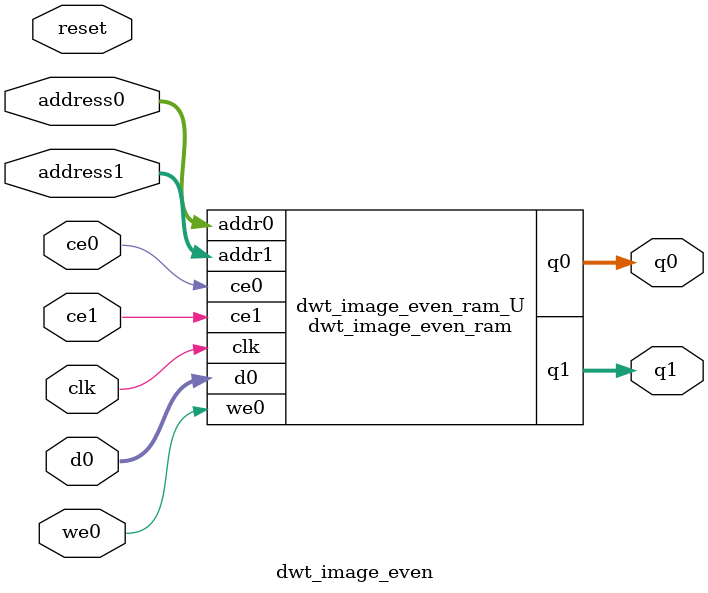
<source format=v>

`timescale 1 ns / 1 ps
module dwt_image_even_ram (addr0, ce0, d0, we0, q0, addr1, ce1, q1,  clk);

parameter DWIDTH = 32;
parameter AWIDTH = 17;
parameter MEM_SIZE = 131072;

input[AWIDTH-1:0] addr0;
input ce0;
input[DWIDTH-1:0] d0;
input we0;
output reg[DWIDTH-1:0] q0;
input[AWIDTH-1:0] addr1;
input ce1;
output reg[DWIDTH-1:0] q1;
input clk;

(* ram_style = "block" *)reg [DWIDTH-1:0] ram[0:MEM_SIZE-1];




always @(posedge clk)  
begin 
    if (ce0) 
    begin
        if (we0) 
        begin 
            ram[addr0] <= d0; 
            q0 <= d0;
        end 
        else 
            q0 <= ram[addr0];
    end
end


always @(posedge clk)  
begin 
    if (ce1) 
    begin
            q1 <= ram[addr1];
    end
end


endmodule


`timescale 1 ns / 1 ps
module dwt_image_even(
    reset,
    clk,
    address0,
    ce0,
    we0,
    d0,
    q0,
    address1,
    ce1,
    q1);

parameter DataWidth = 32'd32;
parameter AddressRange = 32'd131072;
parameter AddressWidth = 32'd17;
input reset;
input clk;
input[AddressWidth - 1:0] address0;
input ce0;
input we0;
input[DataWidth - 1:0] d0;
output[DataWidth - 1:0] q0;
input[AddressWidth - 1:0] address1;
input ce1;
output[DataWidth - 1:0] q1;



dwt_image_even_ram dwt_image_even_ram_U(
    .clk( clk ),
    .addr0( address0 ),
    .ce0( ce0 ),
    .d0( d0 ),
    .we0( we0 ),
    .q0( q0 ),
    .addr1( address1 ),
    .ce1( ce1 ),
    .q1( q1 ));

endmodule


</source>
